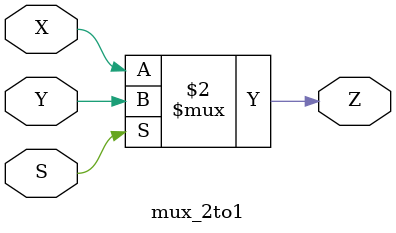
<source format=sv>
module mux_4to1(A,B,C,D,S1,S2,OUT);
  input A,B,C,D,S1,S2;
  output OUT;
  wire x1,x2;
  
  mux_2to1 m1(A,B,S1,x1);
  mux_2to1 m2(C,D,S1,x2);
  mux_2to1 m3(x1,x2,S2,OUT);
  
endmodule  

module mux_2to1(X,Y,S,Z);
  input X,Y,S;
  output Z;
   
  assign Z = (S== 1'b0) ? X : Y;
endmodule

</source>
